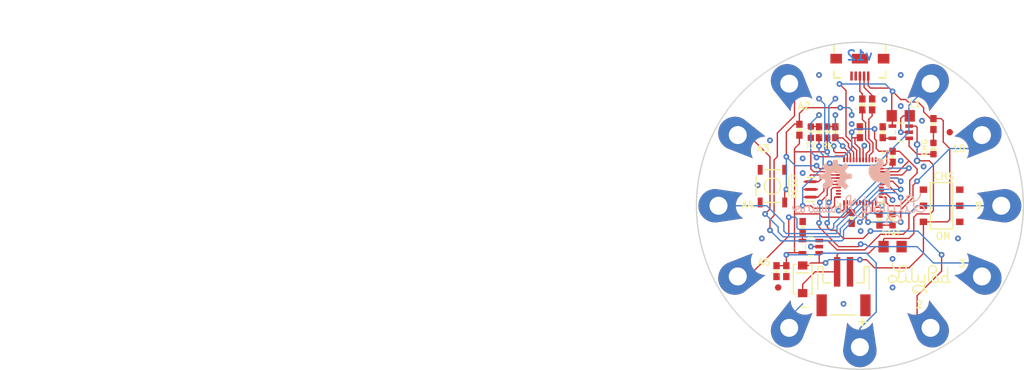
<source format=kicad_pcb>
(kicad_pcb (version 20211014) (generator pcbnew)
  (layers (0 "F.Cu" signal) (1 "In1.Cu" signal) (2 "In2.Cu" signal) (31 "B.Cu" signal) (34 "B.Paste" user) (35 "F.Paste" user) (36 "B.SilkS" user "B.Silkscreen") (37 "F.SilkS" user "F.Silkscreen") (38 "B.Mask" user) (39 "F.Mask" user) (44 "Edge.Cuts" user))
  (net 0 "")
  (net 1 "N$2")
  (net 2 "V_BATT")
  (net 3 "GND")
  (net 4 "N$3")
  (net 5 "N$4")
  (net 6 "N$6")
  (net 7 "3.3V")
  (net 8 "N$8")
  (net 9 "N$9")
  (net 10 "N$10")
  (net 11 "N$11")
  (net 12 "N$14")
  (net 13 "N$15")
  (net 14 "N$16")
  (net 15 "N$17")
  (net 16 "RESET")
  (net 17 "5V")
  (net 18 "N$19")
  (net 19 "N$20")
  (net 20 "D+")
  (net 21 "D-")
  (net 22 "N$1")
  (net 23 "N$21")
  (net 24 "RX_LED")
  (net 25 "TX_LED")
  (net 26 "USER_LED")
  (net 27 "MOSI")
  (net 28 "SCK")
  (net 29 "MISO")
  (net 30 "N$5")
  (net 31 "N$7")
  (net 32 "N$12")
  (net 33 "N$13")
  (net 34 "N$18")
  (footprint "boardEagle:PETAL-LONG-1-2SIDE" (layer "F.Cu") (at 137.5011 124.003596 60)
    (fp_text reference "-0" hide)
    (fp_text value "SEWTAP9" hide)
  )
  (footprint "boardEagle:0603-RES" (layer "F.Cu") (at 151.549096 107.1626 90)
    (fp_text reference "R8")
    (fp_text value "330")
  )
  (footprint "boardEagle:1206" (layer "F.Cu") (at 153.581096 111.353596 180)
    (fp_text reference "C8")
    (fp_text value "4.7uF")
  )
  (footprint "boardEagle:TACTILE_SWITCH_SMD" (layer "F.Cu") (at 134.912104 101.9556 90)
    (fp_text reference "S2")
    (fp_text value "!RESET")
  )
  (footprint "boardEagle:0603-CAP" (layer "F.Cu") (at 148.5011 93.573607 -90)
    (fp_text reference "C5")
    (fp_text value "1uF")
  )
  (footprint "boardEagle:RESONATOR-SMD" (layer "F.Cu") (at 140.881107 102.4636 90)
    (fp_text reference "Y1")
    (fp_text value "8MHz")
  )
  (footprint "boardEagle:0603-RES" (layer "F.Cu") (at 139.103104 93.192607 90)
    (fp_text reference "R3")
    (fp_text value "10k")
  )
  (footprint "boardEagle:FIDUCIAL-1X2" (layer "F.Cu") (at 162.471096 93.573604)
    (fp_text reference "JP3" hide)
    (fp_text value "FIDUCIAL1X2" hide)
  )
  (footprint "boardEagle:0603-RES" (layer "F.Cu") (at 144.691104 93.573604 -90)
    (fp_text reference "R6")
    (fp_text value "330")
  )
  (footprint "boardEagle:LED-0603" (layer "F.Cu") (at 140.881104 93.573607)
    (fp_text reference "LED3")
    (fp_text value "RED")
  )
  (footprint "boardEagle:FIDUCIAL-1X2" (layer "F.Cu") (at 135.801104 117.703596)
    (fp_text reference "JP2" hide)
    (fp_text value "FIDUCIAL1X2" hide)
  )
  (footprint "boardEagle:PETAL-LONG-1-2SIDE" (layer "F.Cu") (at 159.5011 124.003596 120)
    (fp_text reference "D5" hide)
    (fp_text value "SEWTAP9" hide)
  )
  (footprint "boardEagle:0603-CAP" (layer "F.Cu") (at 135.547104 115.163596 90)
    (fp_text reference "C4")
    (fp_text value ".1uF")
  )
  (footprint "boardEagle:PETAL-LONG-1-2SIDE" (layer "F.Cu") (at 137.5011 86.003604 -60)
    (fp_text reference "A2" hide)
    (fp_text value "SEWTAP9" hide)
  )
  (footprint "boardEagle:PETAL-LONG-1-2SIDE" (layer "F.Cu") (at 159.5011 86.003604 -120)
    (fp_text reference "D11" hide)
    (fp_text value "SEWTAP9" hide)
  )
  (footprint "boardEagle:PETAL-LONG-1-2SIDE" (layer "F.Cu") (at 170.501093 105.0036 180)
    (fp_text reference "D9" hide)
    (fp_text value "SEWTAP9" hide)
  )
  (footprint "boardEagle:PETAL-LONG-1-2SIDE" (layer "F.Cu") (at 126.501107 105.0036)
    (fp_text reference "A4" hide)
    (fp_text value "SEWTAP9" hide)
  )
  (footprint "boardEagle:PETAL-LONG-1-2SIDE" (layer "F.Cu") (at 129.501104 116.0036 30)
    (fp_text reference "A5" hide)
    (fp_text value "SEWTAP9" hide)
  )
  (footprint "boardEagle:LOGO-LILYPAD" (layer "F.Cu") (at 157.7721 115.925596)
    (fp_text reference "U$13" hide)
    (fp_text value "LOGO-LPLP" hide)
  )
  (footprint "boardEagle:0603-RES" (layer "F.Cu") (at 152.0571 93.573607 -90)
    (fp_text reference "R2")
    (fp_text value "10k")
  )
  (footprint "boardEagle:AYZ0202" (layer "F.Cu") (at 161.201093 105.0036 90)
    (fp_text reference "S1")
    (fp_text value "")
  )
  (footprint "boardEagle:JST-2-SMD" (layer "F.Cu") (at 145.9611 118.973596 180)
    (fp_text reference "JP1")
    (fp_text value "JST-2")
  )
  (footprint "boardEagle:CREATIVE_COMMONS" (layer "F.Cu") (at 35.19465 105.0036)
    (fp_text reference "FRAME1" hide)
    (fp_text value "FRAME-LETTER" hide)
  )
  (footprint "boardEagle:0603-CAP" (layer "F.Cu") (at 137.071104 115.163596 90)
    (fp_text reference "C6")
    (fp_text value "4.7uF")
  )
  (footprint "boardEagle:0603-RES" (layer "F.Cu") (at 150.406096 89.255604 90)
    (fp_text reference "R5")
    (fp_text value "22")
  )
  (footprint "boardEagle:0603-CAP" (layer "F.Cu") (at 139.611104 108.305596 90)
    (fp_text reference "C1")
    (fp_text value "470pF")
  )
  (footprint "boardEagle:PETAL-LONG-1-2SIDE" (layer "F.Cu") (at 167.501096 116.0036 150)
    (fp_text reference "D6" hide)
    (fp_text value "SEWTAP9" hide)
  )
  (footprint "boardEagle:SMA-DIODE" (layer "F.Cu") (at 139.6111 116.4336 90)
    (fp_text reference "D1")
    (fp_text value "B340A")
  )
  (footprint "boardEagle:SOT23-5" (layer "F.Cu") (at 140.881104 111.3536 90)
    (fp_text reference "U2")
    (fp_text value "MIC5219")
  )
  (footprint "boardEagle:SOT23-5" (layer "F.Cu") (at 154.8511 93.573607 90)
    (fp_text reference "U1")
    (fp_text value "MCP73831")
  )
  (footprint "boardEagle:LED-0603" (layer "F.Cu") (at 143.4211 93.573607)
    (fp_text reference "LED2")
    (fp_text value "RED")
  )
  (footprint "boardEagle:0603-RES" (layer "F.Cu") (at 142.1511 93.573607 -90)
    (fp_text reference "R7")
    (fp_text value "330")
  )
  (footprint "boardEagle:PETAL-LONG-1-2SIDE" (layer "F.Cu") (at 167.501096 94.0036 -150)
    (fp_text reference "D10" hide)
    (fp_text value "SEWTAP9" hide)
  )
  (footprint "boardEagle:0603-RES" (layer "F.Cu") (at 148.8821 89.255604 90)
    (fp_text reference "R4")
    (fp_text value "22")
  )
  (footprint "boardEagle:0603-CAP" (layer "F.Cu") (at 153.581096 97.383604 90)
    (fp_text reference "C3")
    (fp_text value ".1uF")
  )
  (footprint "boardEagle:0603-RES" (layer "F.Cu") (at 159.931096 92.303604 90)
    (fp_text reference "R1")
    (fp_text value "330")
  )
  (footprint "boardEagle:PETAL-LONG-1-2SIDE" (layer "F.Cu") (at 129.501104 94.0036 -30)
    (fp_text reference "A3" hide)
    (fp_text value "SEWTAP9" hide)
  )
  (footprint "boardEagle:1206" (layer "F.Cu") (at 154.8511 91.033604 180)
    (fp_text reference "C7")
    (fp_text value "4.7uF")
  )
  (footprint "boardEagle:LED-0603" (layer "F.Cu") (at 153.581106 107.1626)
    (fp_text reference "LED4")
    (fp_text value "RED")
  )
  (footprint "boardEagle:QFN-44-NOPAD_1_1-LESS_PASTE" (layer "F.Cu") (at 148.5011 101.193604 -90)
    (fp_text reference "U3")
    (fp_text value "ATMEGA32U41:1-LESS_PASTE")
  )
  (footprint "boardEagle:USB-AB-MICRO-SMD_V03" (layer "F.Cu") (at 148.5011 82.1436 -90)
    (fp_text reference "U5")
    (fp_text value "")
  )
  (footprint "boardEagle:0603-CAP" (layer "F.Cu") (at 147.231104 106.908596 90)
    (fp_text reference "C2")
    (fp_text value ".1uF")
  )
  (footprint "boardEagle:LED-0603" (layer "F.Cu") (at 159.931096 96.1136 180)
    (fp_text reference "LED1")
    (fp_text value "RED")
  )
  (footprint "boardEagle:PETAL-LONG-1-2SIDE" (layer "F.Cu") (at 148.5011 127.003593 90)
    (fp_text reference "+0" hide)
    (fp_text value "SEWTAP9" hide)
  )
  (footprint "boardEagle:OSHW-LOGO-M" (layer "B.Cu") (at 144.6911 100.4316 180)
    (fp_text reference "U$5" hide)
    (fp_text value "OSHW-LOGOM" hide)
  )
  (footprint "boardEagle:SFE_LOGO_FLAME_.2" (layer "B.Cu") (at 153.5811 102.9716 180)
    (fp_text reference "U$7" hide)
    (fp_text value "" hide)
  )
  (footprint "boardEagle:LOGO-LPA" (layer "B.Cu") (at 148.5011 105.0036 180)
    (fp_text reference "U$1" hide)
    (fp_text value "LOGO-LPLPA" hide)
  )
  (gr_circle (center 148.5011 105.0036) (end 173.9011 105.0036) (layer "Edge.Cuts") (width 0.2032) (fill none))
  (gr_text "v12" (at 150.660096 82.524597) (layer "B.Cu") (effects (font (size 1.5113 1.5113) (thickness 0.2667)) (justify left bottom mirror)))
  (gr_text "RESET" (at 137.8331 99.9236 90) (layer "F.SilkS") (effects (font (size 0.8636 0.8636) (thickness 0.1524)) (justify right top)))
  (gr_text "STAT" (at 151.8031 109.8296) (layer "F.SilkS") (effects (font (size 0.8636 0.8636) (thickness 0.1524)) (justify left bottom)))
  (gr_text "A5" (at 132.499104 114.401596) (layer "F.SilkS") (effects (font (size 1.0795 1.0795) (thickness 0.1905)) (justify left bottom)))
  (gr_text "TX" (at 139.992104 96.240604) (layer "F.SilkS") (effects (font (size 0.8636 0.8636) (thickness 0.1524)) (justify left bottom)))
  (gr_text "9" (at 166.281093 105.638596) (layer "F.SilkS") (effects (font (size 1.0795 1.0795) (thickness 0.1905)) (justify left bottom)))
  (gr_text "CHG" (at 159.0421 97.3836 90) (layer "F.SilkS") (effects (font (size 0.8636 0.8636) (thickness 0.1524)) (justify left bottom)))
  (gr_text "3" (at 163.741096 114.655596) (layer "F.SilkS") (effects (font (size 1.0795 1.0795) (thickness 0.1905)) (justify left bottom)))
  (gr_text "A2" (at 138.722104 90.144607) (layer "F.SilkS") (effects (font (size 1.0795 1.0795) (thickness 0.1905)) (justify left bottom)))
  (gr_text "11" (at 155.867096 89.763607) (layer "F.SilkS") (effects (font (size 1.0795 1.0795) (thickness 0.1905)) (justify left bottom)))
  (gr_text "CHG" (at 159.804096 101.0666) (layer "F.SilkS") (effects (font (size 1.0795 1.0795) (thickness 0.1905)) (justify left bottom)))
  (gr_text "2" (at 157.137096 121.005593) (layer "F.SilkS") (effects (font (size 1.0795 1.0795) (thickness 0.1905)) (justify left bottom)))
  (gr_text "10" (at 162.725096 96.7486) (layer "F.SilkS") (effects (font (size 1.0795 1.0795) (thickness 0.1905)) (justify left bottom)))
  (gr_text "+" (at 147.866104 123.799596) (layer "F.SilkS") (effects (font (size 1.42494 1.42494) (thickness 0.25146)) (justify left bottom)))
  (gr_text "A3" (at 132.372104 96.7486) (layer "F.SilkS") (effects (font (size 1.0795 1.0795) (thickness 0.1905)) (justify left bottom)))
  (gr_text "ON" (at 160.185093 110.3376) (layer "F.SilkS") (effects (font (size 1.0795 1.0795) (thickness 0.1905)) (justify left bottom)))
  (gr_text "A4" (at 129.959107 105.5116) (layer "F.SilkS") (effects (font (size 1.0795 1.0795) (thickness 0.1905)) (justify left bottom)))
  (gr_text "-" (at 138.849104 121.513596) (layer "F.SilkS") (effects (font (size 1.42494 1.42494) (thickness 0.25146)) (justify left bottom)))
  (gr_text "RX" (at 142.5321 96.240604) (layer "F.SilkS") (effects (font (size 0.8636 0.8636) (thickness 0.1524)) (justify left bottom)))
  (segment (start 155.2321 109.4486) (end 156.1211 108.5596) (width 0.2032) (layer "F.Cu") (net 1))
  (segment (start 143.233104 110.403596) (end 143.487097 110.403596) (width 0.2032) (layer "F.Cu") (net 1))
  (segment (start 156.1211 106.2736) (end 157.3911 105.0036) (width 0.2032) (layer "F.Cu") (net 1))
  (segment (start 157.3911 105.0036) (end 158.376093 105.0036) (width 0.2032) (layer "F.Cu") (net 1))
  (segment (start 149.2631 111.8616) (end 144.9451 111.8616) (width 0.2032) (layer "F.Cu") (net 1))
  (segment (start 151.6761 109.4486) (end 155.2321 109.4486) (width 0.2032) (layer "F.Cu") (net 1))
  (segment (start 149.2631 111.8616) (end 151.6761 109.4486) (width 0.2032) (layer "F.Cu") (net 1))
  (segment (start 156.1211 108.5596) (end 156.1211 106.2736) (width 0.2032) (layer "F.Cu") (net 1))
  (segment (start 144.9451 111.8616) (end 143.487097 110.403596) (width 0.2032) (layer "F.Cu") (net 1))
  (segment (start 142.181204 110.4036) (end 143.233104 110.403596) (width 0.2032) (layer "F.Cu") (net 1))
  (segment (start 157.2031 92.623604) (end 157.3911 92.811604) (width 0.2032) (layer "F.Cu") (net 2))
  (segment (start 157.3911 92.811604) (end 157.391096 95.478604) (width 0.2032) (layer "F.Cu") (net 2))
  (segment (start 144.9611 115.273596) (end 144.961104 112.6236) (width 0.2032) (layer "F.Cu") (net 2))
  (segment (start 156.1211 110.0836) (end 152.3111 110.0836) (width 0.2032) (layer "F.Cu") (net 2))
  (segment (start 156.1512 92.623607) (end 157.2031 92.623604) (width 0.2032) (layer "F.Cu") (net 2))
  (segment (start 159.296096 98.018604) (end 159.931093 98.6536) (width 0.2032) (layer "F.Cu") (net 2))
  (segment (start 156.883096 106.7816) (end 156.883096 109.321603) (width 0.2032) (layer "F.Cu") (net 2))
  (segment (start 152.181096 111.353596) (end 152.181096 110.213603) (width 0.2032) (layer "F.Cu") (net 2))
  (segment (start 159.931093 98.6536) (end 159.931093 105.7656) (width 0.2032) (layer "F.Cu") (net 2))
  (segment (start 157.391096 98.018604) (end 159.296096 98.018604) (width 0.2032) (layer "F.Cu") (net 2))
  (segment (start 157.391096 106.273596) (end 156.883096 106.7816) (width 0.2032) (layer "F.Cu") (net 2))
  (segment (start 152.181096 111.353596) (end 150.914103 111.353596) (width 0.2032) (layer "F.Cu") (net 2))
  (segment (start 159.931093 105.7656) (end 159.423096 106.273596) (width 0.2032) (layer "F.Cu") (net 2))
  (segment (start 150.914103 111.353596) (end 149.8981 112.3696) (width 0.2032) (layer "F.Cu") (net 2))
  (segment (start 149.8981 112.3696) (end 145.215104 112.3696) (width 0.2032) (layer "F.Cu") (net 2))
  (segment (start 159.423096 106.273596) (end 157.391096 106.273596) (width 0.2032) (layer "F.Cu") (net 2))
  (segment (start 156.883096 109.321603) (end 156.1211 110.0836) (width 0.2032) (layer "F.Cu") (net 2))
  (segment (start 139.6111 118.5836) (end 139.6111 117.195596) (width 0.2032) (layer "F.Cu") (net 2))
  (segment (start 152.181096 110.213603) (end 152.3111 110.0836) (width 0.2032) (layer "F.Cu") (net 2))
  (segment (start 145.215104 112.3696) (end 144.961104 112.6236) (width 0.2032) (layer "F.Cu") (net 2))
  (segment (start 141.5331 115.273596) (end 139.6111 117.195596) (width 0.2032) (layer "F.Cu") (net 2))
  (segment (start 144.9611 115.273596) (end 141.5331 115.273596) (width 0.2032) (layer "F.Cu") (net 2))
  (via (at 157.391096 95.478604) (size 1.016) (drill 0.508) (layers "F.Cu" "B.Cu") (net 2))
  (via (at 157.391096 98.018604) (size 1.016) (drill 0.508) (layers "F.Cu" "B.Cu") (net 2))
  (segment (start 157.391096 95.478604) (end 157.391096 98.018604) (width 0.2032) (layer "B.Cu") (net 2))
  (segment (start 146.043366 105.556334) (end 145.8341 105.7656) (width 0.2032) (layer "F.Cu") (net 3))
  (segment (start 152.617837 103.151338) (end 153.5811 104.1146) (width 0.2032) (layer "F.Cu") (net 3))
  (segment (start 151.676096 105.2576) (end 151.930096 105.0036) (width 0.2032) (layer "F.Cu") (net 3))
  (segment (start 156.2511 91.033604) (end 155.2321 91.033604) (width 0.2032) (layer "F.Cu") (net 3))
  (segment (start 151.8376 103.151338) (end 152.617837 103.151338) (width 0.2032) (layer "F.Cu") (net 3))
  (segment (start 155.2321 91.033604) (end 154.8511 91.414604) (width 0.2032) (layer "F.Cu") (net 3))
  (segment (start 150.958834 104.530104) (end 150.958834 105.175334) (width 0.2032) (layer "F.Cu") (net 3))
  (segment (start 140.843963 100.214738) (end 140.7541 100.3046) (width 0.2032) (layer "F.Cu") (net 3))
  (segment (start 149.0011 97.857104) (end 149.0011 95.8549) (width 0.2032) (layer "F.Cu") (net 3))
  (segment (start 145.1646 100.214738) (end 140.843963 100.214738) (width 0.2032) (layer "F.Cu") (net 3))
  (segment (start 151.0411 105.2576) (end 151.676096 105.2576) (width 0.2032) (layer "F.Cu") (net 3))
  (segment (start 150.958834 105.175334) (end 151.0411 105.2576) (width 0.2032) (layer "F.Cu") (net 3))
  (segment (start 145.8341 105.7656) (end 145.1991 105.7656) (width 0.2032) (layer "F.Cu") (net 3))
  (segment (start 151.8376 99.235869) (end 153.379834 99.235869) (width 0.2032) (layer "F.Cu") (net 3))
  (segment (start 153.379834 99.235869) (end 153.5811 99.034604) (width 0.2032) (layer "F.Cu") (net 3))
  (segment (start 156.1512 93.573607) (end 154.8511 93.573607) (width 0.2032) (layer "F.Cu") (net 3))
  (segment (start 149.0011 95.8549) (end 149.1869 95.6691) (width 0.2032) (layer "F.Cu") (net 3))
  (segment (start 153.5811 99.034604) (end 153.581096 98.233604) (width 0.2032) (layer "F.Cu") (net 3))
  (segment (start 142.181204 111.3536) (end 140.881104 111.3536) (width 0.2032) (layer "F.Cu") (net 3))
  (segment (start 154.8511 91.414604) (end 154.8511 93.573607) (width 0.2032) (layer "F.Cu") (net 3))
  (segment (start 146.043366 104.530104) (end 146.043366 105.556334) (width 0.2032) (layer "F.Cu") (net 3))
  (via (at 153.5811 104.1146) (size 0.889) (drill 0.381) (layers "F.Cu" "B.Cu") (net 3))
  (via (at 132.626104 101.8286) (size 0.889) (drill 0.381) (layers "F.Cu" "B.Cu") (net 3))
  (via (at 154.8511 93.573607) (size 0.889) (drill 0.381) (layers "F.Cu" "B.Cu") (net 3))
  (via (at 140.881104 111.3536) (size 0.889) (drill 0.381) (layers "F.Cu" "B.Cu") (net 3))
  (via (at 158.4071 98.9076) (size 0.889) (drill 0.381) (layers "F.Cu" "B.Cu") (net 3))
  (via (at 151.930096 105.0036) (size 0.889) (drill 0.381) (layers "F.Cu" "B.Cu") (net 3))
  (via (at 147.231104 92.303604) (size 0.889) (drill 0.381) (layers "F.Cu" "B.Cu") (net 3))
  (via (at 147.231104 88.366604) (size 0.889) (drill 0.381) (layers "F.Cu" "B.Cu") (net 3))
  (via (at 163.741103 110.0836) (size 0.889) (drill 0.381) (layers "F.Cu" "B.Cu") (net 3))
  (via (at 145.961104 120.243596) (size 0.889) (drill 0.381) (layers "F.Cu" "B.Cu") (net 3))
  (via (at 154.8511 98.0186) (size 0.889) (drill 0.381) (layers "F.Cu" "B.Cu") (net 3))
  (via (at 133.261104 110.0836) (size 0.889) (drill 0.381) (layers "F.Cu" "B.Cu") (net 3))
  (via (at 148.6281 108.9406) (size 0.889) (drill 0.381) (layers "F.Cu" "B.Cu") (net 3))
  (via (at 153.581096 117.703596) (size 0.889) (drill 0.381) (layers "F.Cu" "B.Cu") (net 3))
  (via (at 154.851103 84.6836) (size 0.889) (drill 0.381) (layers "F.Cu" "B.Cu") (net 3))
  (via (at 153.5811 113.2586) (size 0.889) (drill 0.381) (layers "F.Cu" "B.Cu") (net 3))
  (via (at 139.611104 99.9236) (size 0.889) (drill 0.381) (layers "F.Cu" "B.Cu") (net 3))
  (via (at 134.531104 94.8436) (size 0.889) (drill 0.381) (layers "F.Cu" "B.Cu") (net 3))
  (via (at 149.1869 95.6691) (size 0.889) (drill 0.381) (layers "F.Cu" "B.Cu") (net 3))
  (via (at 142.151104 84.683604) (size 0.889) (drill 0.381) (layers "F.Cu" "B.Cu") (net 3))
  (via (at 145.1991 105.7656) (size 0.889) (drill 0.381) (layers "F.Cu" "B.Cu") (net 3))
  (via (at 154.8511 89.509604) (size 0.889) (drill 0.381) (layers "F.Cu" "B.Cu") (net 3))
  (via (at 158.1531 91.7956) (size 0.889) (drill 0.381) (layers "F.Cu" "B.Cu") (net 3))
  (via (at 139.6111 97.6376) (size 0.889) (drill 0.381) (layers "F.Cu" "B.Cu") (net 3))
  (via (at 152.3111 88.493604) (size 0.889) (drill 0.381) (layers "F.Cu" "B.Cu") (net 3))
  (segment (start 137.5161 122.338593) (end 139.6111 120.243593) (width 0.2032) (layer "B.Cu") (net 3))
  (segment (start 137.5161 123.977615) (end 137.5161 122.338593) (width 0.2032) (layer "B.Cu") (net 3))
  (segment (start 159.931096 93.153604) (end 159.931096 95.2366) (width 0.2032) (layer "F.Cu") (net 4))
  (segment (start 156.1512 95.762704) (end 157.379096 96.9906) (width 0.2032) (layer "F.Cu") (net 5))
  (segment (start 156.1512 94.523607) (end 156.1512 95.762704) (width 0.2032) (layer "F.Cu") (net 5))
  (segment (start 159.931096 96.9906) (end 157.379096 96.9906) (width 0.2032) (layer "F.Cu") (net 5))
  (segment (start 152.1571 94.523607) (end 153.551 94.523607) (width 0.2032) (layer "F.Cu") (net 6))
  (segment (start 152.1571 94.523607) (end 152.1571 94.523607) (width 0.2032) (layer "F.Cu") (net 6))
  (segment (start 152.1571 94.523607) (end 152.0571 94.423607) (width 0.2032) (layer "F.Cu") (net 6))
  (segment (start 146.543366 106.058596) (end 146.543366 106.199334) (width 0.2032) (layer "F.Cu") (net 7))
  (segment (start 154.7241 105.0036) (end 156.2481 103.4796) (width 0.2032) (layer "F.Cu") (net 7))
  (segment (start 139.103104 95.351607) (end 138.341104 96.113604) (width 0.2032) (layer "F.Cu") (net 7))
  (segment (start 153.0731 105.0036) (end 154.7241 105.0036) (width 0.2032) (layer "F.Cu") (net 7))
  (segment (start 138.341104 106.2736) (end 138.341104 112.2426) (width 0.2032) (layer "F.Cu") (net 7))
  (segment (start 139.581004 112.3036) (end 138.402104 112.3036) (width 0.2032) (layer "F.Cu") (net 7))
  (segment (start 156.1211 98.0186) (end 157.3911 99.2886) (width 0.2032) (layer "F.Cu") (net 7))
  (segment (start 156.2481 103.4796) (end 156.2481 101.0666) (width 0.2032) (layer "F.Cu") (net 7))
  (segment (start 148.5011 97.857104) (end 148.5011 96.1136) (width 0.2032) (layer "F.Cu") (net 7))
  (segment (start 140.881104 96.621604) (end 140.8811 96.6216) (width 0.2032) (layer "F.Cu") (net 7))
  (segment (start 150.787096 94.589597) (end 151.0411 94.8436) (width 0.2032) (layer "F.Cu") (net 7))
  (segment (start 137.071107 112.623596) (end 137.071104 114.313596) (width 0.2032) (layer "F.Cu") (net 7))
  (segment (start 147.7391 94.423607) (end 147.319107 94.423607) (width 0.2032) (layer "F.Cu") (net 7))
  (segment (start 154.424962 99.714738) (end 156.1211 98.0186) (width 0.2032) (layer "F.Cu") (net 7))
  (segment (start 152.6921 96.533604) (end 151.461103 96.533604) (width 0.2032) (layer "F.Cu") (net 7))
  (segment (start 142.6591 106.7816) (end 142.1511 106.2736) (width 0.2032) (layer "F.Cu") (net 7))
  (segment (start 147.319107 94.423607) (end 147.2311 94.3356) (width 0.2032) (layer "F.Cu") (net 7))
  (segment (start 152.5651 103.7336) (end 152.5651 104.4956) (width 0.2032) (layer "F.Cu") (net 7))
  (segment (start 138.402104 112.3036) (end 137.391104 112.3036) (width 0.2032) (layer "F.Cu") (net 7))
  (segment (start 151.8376 99.714738) (end 154.424962 99.714738) (width 0.2032) (layer "F.Cu") (net 7))
  (segment (start 151.8376 98.735869) (end 152.355831 98.735869) (width 0.2032) (layer "F.Cu") (net 7))
  (segment (start 156.1211 98.0186) (end 154.636103 96.533604) (width 0.2032) (layer "F.Cu") (net 7))
  (segment (start 138.341104 96.113604) (end 138.341104 96.6216) (width 0.2032) (layer "F.Cu") (net 7))
  (segment (start 147.231104 106.058596) (end 146.543366 106.058596) (width 0.2032) (layer "F.Cu") (net 7))
  (segment (start 150.787096 93.065604) (end 150.787096 94.589597) (width 0.2032) (layer "F.Cu") (net 7))
  (segment (start 156.2481 101.0666) (end 157.3911 99.9236) (width 0.2032) (layer "F.Cu") (net 7))
  (segment (start 137.391104 112.3036) (end 137.071107 112.623596) (width 0.2032) (layer "F.Cu") (net 7))
  (segment (start 146.543366 106.199334) (end 145.9611 106.7816) (width 0.2032) (layer "F.Cu") (net 7))
  (segment (start 154.636103 96.533604) (end 153.581096 96.533604) (width 0.2032) (layer "F.Cu") (net 7))
  (segment (start 143.421104 95.986604) (end 143.4211 94.450607) (width 0.2032) (layer "F.Cu") (net 7))
  (segment (start 152.482837 103.651338) (end 152.5651 103.7336) (width 0.2032) (layer "F.Cu") (net 7))
  (segment (start 148.5011 96.1136) (end 147.7391 95.3516) (width 0.2032) (layer "F.Cu") (net 7))
  (segment (start 151.8376 103.651338) (end 152.482837 103.651338) (width 0.2032) (layer "F.Cu") (net 7))
  (segment (start 157.3911 99.2886) (end 157.3911 99.9236) (width 0.2032) (layer "F.Cu") (net 7))
  (segment (start 145.9611 106.7816) (end 142.6591 106.7816) (width 0.2032) (layer "F.Cu") (net 7))
  (segment (start 139.581004 112.3036) (end 139.291104 112.3036) (width 0.2032) (layer "F.Cu") (net 7))
  (segment (start 143.421104 95.986604) (end 143.421104 96.621604) (width 0.2032) (layer "F.Cu") (net 7))
  (segment (start 152.6921 98.3996) (end 152.6921 96.533604) (width 0.2032) (layer "F.Cu") (net 7))
  (segment (start 137.071104 114.313596) (end 135.547104 114.313596) (width 0.2032) (layer "F.Cu") (net 7))
  (segment (start 145.1646 99.714735) (end 141.307235 99.714735) (width 0.2032) (layer "F.Cu") (net 7))
  (segment (start 147.7391 95.3516) (end 147.7391 94.423607) (width 0.2032) (layer "F.Cu") (net 7))
  (segment (start 151.0411 96.1136) (end 151.0411 94.8436) (width 0.2032) (layer "F.Cu") (net 7))
  (segment (start 142.1511 106.2736) (end 138.341104 106.2736) (width 0.2032) (layer "F.Cu") (net 7))
  (segment (start 143.421104 96.621604) (end 140.881104 96.621604) (width 0.2032) (layer "F.Cu") (net 7))
  (segment (start 140.8811 99.2886) (end 141.307235 99.714735) (width 0.2032) (layer "F.Cu") (net 7))
  (segment (start 153.581096 96.533604) (end 152.6921 96.533604) (width 0.2032) (layer "F.Cu") (net 7))
  (segment (start 140.881104 94.450607) (end 140.881104 96.621597) (width 0.2032) (layer "F.Cu") (net 7))
  (segment (start 138.341104 96.6216) (end 138.341107 96.621604) (width 0.2032) (layer "F.Cu") (net 7))
  (segment (start 140.881104 96.621597) (end 140.8811 96.6216) (width 0.2032) (layer "F.Cu") (net 7))
  (segment (start 139.103104 94.042607) (end 139.103104 95.351607) (width 0.2032) (layer "F.Cu") (net 7))
  (segment (start 140.881097 96.621604) (end 140.8811 96.6216) (width 0.2032) (layer "F.Cu") (net 7))
  (segment (start 138.341104 96.6216) (end 138.341104 106.2736) (width 0.2032) (layer "F.Cu") (net 7))
  (segment (start 152.355831 98.735869) (end 152.6921 98.3996) (width 0.2032) (layer "F.Cu") (net 7))
  (segment (start 147.2311 94.3356) (end 147.2311 93.5736) (width 0.2032) (layer "F.Cu") (net 7))
  (segment (start 140.8811 99.2886) (end 140.8811 96.6216) (width 0.2032) (layer "F.Cu") (net 7))
  (segment (start 152.5651 104.4956) (end 153.0731 105.0036) (width 0.2032) (layer "F.Cu") (net 7))
  (segment (start 138.402104 112.3036) (end 138.341104 112.2426) (width 0.2032) (layer "F.Cu") (net 7))
  (segment (start 146.543366 104.530104) (end 146.543366 106.058596) (width 0.2032) (layer "F.Cu") (net 7))
  (segment (start 151.461103 96.533604) (end 151.0411 96.1136) (width 0.2032) (layer "F.Cu") (net 7))
  (segment (start 138.341107 96.621604) (end 140.881097 96.621604) (width 0.2032) (layer "F.Cu") (net 7))
  (segment (start 147.7391 94.423607) (end 148.5011 94.423607) (width 0.2032) (layer "F.Cu") (net 7))
  (via (at 137.071107 112.623596) (size 0.889) (drill 0.381) (layers "F.Cu" "B.Cu") (net 7))
  (via (at 143.421104 96.621604) (size 0.889) (drill 0.381) (layers "F.Cu" "B.Cu") (net 7))
  (via (at 142.1511 88.366604) (size 0.889) (drill 0.381) (layers "F.Cu" "B.Cu") (net 7))
  (via (at 150.787096 93.065604) (size 0.889) (drill 0.381) (layers "F.Cu" "B.Cu") (net 7))
  (via (at 147.2311 93.5736) (size 0.889) (drill 0.381) (layers "F.Cu" "B.Cu") (net 7))
  (segment (start 151.041096 113.893593) (end 149.5171 112.369596) (width 0.2032) (layer "B.Cu") (net 7))
  (segment (start 143.421107 96.6216) (end 143.421104 96.621604) (width 0.2032) (layer "B.Cu") (net 7))
  (segment (start 148.5011 124.053593) (end 148.5011 126.973593) (width 0.2032) (layer "B.Cu") (net 7))
  (segment (start 143.040104 96.240604) (end 143.421104 96.621604) (width 0.2032) (layer "B.Cu") (net 7))
  (segment (start 151.041096 121.513596) (end 148.5011 124.053593) (width 0.2032) (layer "B.Cu") (net 7))
  (segment (start 145.9611 97.3836) (end 143.8021 97.3836) (width 0.2032) (layer "B.Cu") (net 7))
  (segment (start 137.071107 112.623596) (end 142.4051 112.623596) (width 0.2032) (layer "B.Cu") (net 7))
  (segment (start 151.041096 113.893593) (end 151.041096 121.513596) (width 0.2032) (layer "B.Cu") (net 7))
  (segment (start 150.787096 93.065604) (end 147.739097 93.065604) (width 0.2032) (layer "B.Cu") (net 7))
  (segment (start 143.421107 97.002607) (end 143.8021 97.3836) (width 0.2032) (layer "B.Cu") (net 7))
  (segment (start 147.739097 93.065604) (end 147.2311 93.5736) (width 0.2032) (layer "B.Cu") (net 7))
  (segment (start 142.1511 88.366604) (end 143.040104 89.255604) (width 0.2032) (layer "B.Cu") (net 7))
  (segment (start 143.040104 89.255604) (end 143.040104 96.240604) (width 0.2032) (layer "B.Cu") (net 7))
  (segment (start 143.421107 96.6216) (end 143.421107 97.002607) (width 0.2032) (layer "B.Cu") (net 7))
  (segment (start 145.9611 97.3836) (end 147.2311 96.1136) (width 0.2032) (layer "B.Cu") (net 7))
  (segment (start 142.4051 112.623596) (end 142.6591 112.369596) (width 0.2032) (layer "B.Cu") (net 7))
  (segment (start 147.2311 96.1136) (end 147.2311 93.5736) (width 0.2032) (layer "B.Cu") (net 7))
  (segment (start 142.6591 112.369596) (end 149.5171 112.369596) (width 0.2032) (layer "B.Cu") (net 7))
  (segment (start 139.581004 109.185696) (end 139.611104 109.155596) (width 0.254) (layer "F.Cu") (net 8))
  (segment (start 139.581004 110.4036) (end 139.581004 109.185696) (width 0.2032) (layer "F.Cu") (net 8))
  (segment (start 145.1646 98.735869) (end 144.138369 98.735869) (width 0.2032) (layer "F.Cu") (net 9))
  (segment (start 144.138369 98.735869) (end 143.802104 98.399604) (width 0.2032) (layer "F.Cu") (net 9))
  (via (at 143.802104 98.399604) (size 0.889) (drill 0.381) (layers "F.Cu" "B.Cu") (net 9))
  (segment (start 144.138369 98.735869) (end 150.958831 98.735869) (width 0.2032) (layer "B.Cu") (net 9))
  (segment (start 150.958831 98.735869) (end 156.1211 93.5736) (width 0.2032) (layer "B.Cu") (net 9))
  (segment (start 143.802104 98.399604) (end 144.138369 98.735869) (width 0.2032) (layer "B.Cu") (net 9))
  (segment (start 156.1211 89.394585) (end 159.4861 86.029585) (width 0.2032) (layer "B.Cu") (net 9))
  (segment (start 156.1211 93.5736) (end 156.1211 89.394585) (width 0.2032) (layer "B.Cu") (net 9))
  (segment (start 156.756093 101.8286) (end 157.391093 101.193604) (width 0.2032) (layer "F.Cu") (net 10))
  (segment (start 154.851096 107.5436) (end 154.851096 105.6386) (width 0.2032) (layer "F.Cu") (net 10))
  (segment (start 154.851096 105.6386) (end 156.756096 103.733604) (width 0.2032) (layer "F.Cu") (net 10))
  (segment (start 149.479965 104.530104) (end 149.479965 107.252465) (width 0.2032) (layer "F.Cu") (net 10))
  (segment (start 149.479965 107.252465) (end 149.771096 107.543596) (width 0.2032) (layer "F.Cu") (net 10))
  (segment (start 156.756096 103.733604) (end 156.756093 101.8286) (width 0.2032) (layer "F.Cu") (net 10))
  (via (at 154.851096 107.5436) (size 0.889) (drill 0.381) (layers "F.Cu" "B.Cu") (net 10))
  (via (at 149.771096 107.543596) (size 0.889) (drill 0.381) (layers "F.Cu" "B.Cu") (net 10))
  (via (at 157.391093 101.193604) (size 0.889) (drill 0.381) (layers "F.Cu" "B.Cu") (net 10))
  (segment (start 165.380115 96.1136) (end 167.475115 94.0186) (width 0.2032) (layer "B.Cu") (net 10))
  (segment (start 157.391093 101.193604) (end 162.471096 96.1136) (width 0.2032) (layer "B.Cu") (net 10))
  (segment (start 149.771096 107.543596) (end 154.851096 107.5436) (width 0.2032) (layer "B.Cu") (net 10))
  (segment (start 162.471096 96.1136) (end 165.380115 96.1136) (width 0.2032) (layer "B.Cu") (net 10))
  (segment (start 149.0011 104.530104) (end 149.0011 107.043596) (width 0.2032) (layer "F.Cu") (net 11))
  (segment (start 149.0011 107.043596) (end 148.5011 107.543596) (width 0.2032) (layer "F.Cu") (net 11))
  (via (at 148.5011 107.543596) (size 0.889) (drill 0.381) (layers "F.Cu" "B.Cu") (net 11))
  (segment (start 149.898096 106.1466) (end 156.248096 106.1466) (width 0.2032) (layer "B.Cu") (net 11))
  (segment (start 148.5011 107.543596) (end 149.898096 106.1466) (width 0.2032) (layer "B.Cu") (net 11))
  (segment (start 156.248096 106.1466) (end 157.391096 105.0036) (width 0.2032) (layer "B.Cu") (net 11))
  (segment (start 157.391096 105.0036) (end 170.471093 105.0036) (width 0.2032) (layer "B.Cu") (net 11))
  (segment (start 129.972085 116.4336) (end 129.527085 115.9886) (width 0.2032) (layer "F.Cu") (net 12))
  (segment (start 137.452107 109.7026) (end 130.721107 116.4336) (width 0.2032) (layer "F.Cu") (net 12))
  (segment (start 130.721107 116.4336) (end 129.972085 116.4336) (width 0.2032) (layer "F.Cu") (net 12))
  (segment (start 137.452107 106.7816) (end 137.452107 109.7026) (width 0.2032) (layer "F.Cu") (net 12))
  (segment (start 155.067965 100.214735) (end 156.1211 99.1616) (width 0.2032) (layer "F.Cu") (net 12))
  (segment (start 151.8376 100.214735) (end 155.067965 100.214735) (width 0.2032) (layer "F.Cu") (net 12))
  (via (at 156.1211 99.1616) (size 0.889) (drill 0.381) (layers "F.Cu" "B.Cu") (net 12))
  (via (at 137.452107 106.7816) (size 0.889) (drill 0.381) (layers "F.Cu" "B.Cu") (net 12))
  (segment (start 138.468104 106.7816) (end 138.722104 107.0356) (width 0.2032) (layer "B.Cu") (net 12))
  (segment (start 144.183104 108.686596) (end 144.437104 108.432596) (width 0.2032) (layer "B.Cu") (net 12))
  (segment (start 144.437104 108.432596) (end 144.437104 107.797596) (width 0.2032) (layer "B.Cu") (net 12))
  (segment (start 153.0731 99.1616) (end 144.437104 107.797596) (width 0.2032) (layer "B.Cu") (net 12))
  (segment (start 138.976104 108.6866) (end 144.183104 108.686596) (width 0.2032) (layer "B.Cu") (net 12))
  (segment (start 138.722104 107.0356) (end 138.722104 108.4326) (width 0.2032) (layer "B.Cu") (net 12))
  (segment (start 153.0731 99.1616) (end 156.1211 99.1616) (width 0.2032) (layer "B.Cu") (net 12))
  (segment (start 138.722104 108.4326) (end 138.976104 108.6866) (width 0.2032) (layer "B.Cu") (net 12))
  (segment (start 138.468104 106.7816) (end 137.452107 106.7816) (width 0.2032) (layer "B.Cu") (net 12))
  (segment (start 151.8376 100.693604) (end 153.208096 100.6936) (width 0.2032) (layer "F.Cu") (net 13))
  (segment (start 153.208096 100.6936) (end 154.351096 100.6936) (width 0.2032) (layer "F.Cu") (net 13))
  (segment (start 154.351096 100.6936) (end 154.851096 101.1936) (width 0.2032) (layer "F.Cu") (net 13))
  (via (at 154.851096 101.1936) (size 0.889) (drill 0.381) (layers "F.Cu" "B.Cu") (net 13))
  (segment (start 136.690104 107.670596) (end 134.023104 105.0036) (width 0.2032) (layer "B.Cu") (net 13))
  (segment (start 137.071107 109.3216) (end 136.690107 108.9406) (width 0.2032) (layer "B.Cu") (net 13))
  (segment (start 136.690107 108.9406) (end 136.690104 107.670596) (width 0.2032) (layer "B.Cu") (net 13))
  (segment (start 144.945104 109.194596) (end 144.818104 109.321596) (width 0.2032) (layer "B.Cu") (net 13))
  (segment (start 145.453104 107.670596) (end 144.945104 108.1786) (width 0.2032) (layer "B.Cu") (net 13))
  (segment (start 151.303096 101.955604) (end 152.5651 100.6936) (width 0.2032) (layer "B.Cu") (net 13))
  (segment (start 144.945104 108.1786) (end 144.945104 109.194596) (width 0.2032) (layer "B.Cu") (net 13))
  (segment (start 144.818104 109.321596) (end 137.071107 109.3216) (width 0.2032) (layer "B.Cu") (net 13))
  (segment (start 154.351096 100.6936) (end 154.851096 101.1936) (width 0.2032) (layer "B.Cu") (net 13))
  (segment (start 152.5651 100.6936) (end 154.351096 100.6936) (width 0.2032) (layer "B.Cu") (net 13))
  (segment (start 151.295096 101.955604) (end 145.453104 107.670596) (width 0.2032) (layer "B.Cu") (net 13))
  (segment (start 134.023104 105.0036) (end 126.531107 105.0036) (width 0.2032) (layer "B.Cu") (net 13))
  (segment (start 151.295096 101.955604) (end 151.303096 101.955604) (width 0.2032) (layer "B.Cu") (net 13))
  (segment (start 153.581096 101.193604) (end 154.851096 102.463604) (width 0.2032) (layer "F.Cu") (net 14))
  (segment (start 134.531104 105.5116) (end 134.531104 97.383604) (width 0.2032) (layer "F.Cu") (net 14))
  (segment (start 134.531104 97.383604) (end 131.1661 94.0186) (width 0.2032) (layer "F.Cu") (net 14))
  (segment (start 131.1661 94.0186) (end 129.527085 94.0186) (width 0.2032) (layer "F.Cu") (net 14))
  (segment (start 151.8376 101.193604) (end 153.581096 101.193604) (width 0.2032) (layer "F.Cu") (net 14))
  (segment (start 134.531104 105.5116) (end 133.769104 106.2736) (width 0.2032) (layer "F.Cu") (net 14))
  (via (at 133.769104 106.2736) (size 0.889) (drill 0.381) (layers "F.Cu" "B.Cu") (net 14))
  (via (at 154.851096 102.463604) (size 0.889) (drill 0.381) (layers "F.Cu" "B.Cu") (net 14))
  (segment (start 151.549096 102.463604) (end 154.851096 102.463604) (width 0.2032) (layer "B.Cu") (net 14))
  (segment (start 145.3261 109.829596) (end 145.453104 109.702593) (width 0.2032) (layer "B.Cu") (net 14))
  (segment (start 151.549096 102.463604) (end 145.453104 108.559596) (width 0.2032) (layer "B.Cu") (net 14))
  (segment (start 135.801104 108.3056) (end 135.801104 109.0676) (width 0.2032) (layer "B.Cu") (net 14))
  (segment (start 135.801104 108.3056) (end 133.769104 106.2736) (width 0.2032) (layer "B.Cu") (net 14))
  (segment (start 136.563104 109.8296) (end 145.3261 109.829596) (width 0.2032) (layer "B.Cu") (net 14))
  (segment (start 135.801104 109.0676) (end 136.563104 109.8296) (width 0.2032) (layer "B.Cu") (net 14))
  (segment (start 145.453104 109.702593) (end 145.453104 108.559596) (width 0.2032) (layer "B.Cu") (net 14))
  (segment (start 138.341104 86.854585) (end 137.5161 86.029585) (width 0.2032) (layer "F.Cu") (net 15))
  (segment (start 138.341104 91.033604) (end 138.341104 86.854585) (width 0.2032) (layer "F.Cu") (net 15))
  (segment (start 154.851096 103.7336) (end 152.8111 101.693604) (width 0.2032) (layer "F.Cu") (net 15))
  (segment (start 134.531104 108.813596) (end 134.531104 107.1626) (width 0.2032) (layer "F.Cu") (net 15))
  (segment (start 134.531104 107.1626) (end 135.166104 106.527596) (width 0.2032) (layer "F.Cu") (net 15))
  (segment (start 135.674107 97.383604) (end 135.674107 93.7006) (width 0.2032) (layer "F.Cu") (net 15))
  (segment (start 135.166104 97.891604) (end 135.674107 97.383604) (width 0.2032) (layer "F.Cu") (net 15))
  (segment (start 151.8376 101.693604) (end 152.8111 101.693604) (width 0.2032) (layer "F.Cu") (net 15))
  (segment (start 135.674107 93.7006) (end 138.341104 91.033604) (width 0.2032) (layer "F.Cu") (net 15))
  (segment (start 135.166104 106.527596) (end 135.166104 97.891604) (width 0.2032) (layer "F.Cu") (net 15))
  (segment (start 137.4521 86.093585) (end 137.5161 86.029585) (width 0.2032) (layer "F.Cu") (net 15))
  (via (at 154.851096 103.7336) (size 0.889) (drill 0.381) (layers "F.Cu" "B.Cu") (net 15))
  (via (at 134.531104 108.813596) (size 0.889) (drill 0.381) (layers "F.Cu" "B.Cu") (net 15))
  (segment (start 145.707104 110.464596) (end 136.182104 110.464596) (width 0.2032) (layer "B.Cu") (net 15))
  (segment (start 154.089096 102.9716) (end 154.851096 103.7336) (width 0.2032) (layer "B.Cu") (net 15))
  (segment (start 151.8031 102.9716) (end 145.961104 108.813596) (width 0.2032) (layer "B.Cu") (net 15))
  (segment (start 151.8031 102.9716) (end 154.089096 102.9716) (width 0.2032) (layer "B.Cu") (net 15))
  (segment (start 145.961104 110.210596) (end 145.707104 110.464596) (width 0.2032) (layer "B.Cu") (net 15))
  (segment (start 136.182104 110.464596) (end 134.531104 108.813596) (width 0.2032) (layer "B.Cu") (net 15))
  (segment (start 145.961104 108.813596) (end 145.961104 110.210596) (width 0.2032) (layer "B.Cu") (net 15))
  (segment (start 137.071107 97.383604) (end 137.071104 93.573604) (width 0.2032) (layer "F.Cu") (net 16))
  (segment (start 142.225372 99.235869) (end 142.183104 99.1936) (width 0.2032) (layer "F.Cu") (net 16))
  (segment (start 145.1646 99.235869) (end 142.225372 99.235869) (width 0.2032) (layer "F.Cu") (net 16))
  (segment (start 139.9921 89.763604) (end 145.4531 89.763604) (width 0.2032) (layer "F.Cu") (net 16))
  (segment (start 139.1031 90.652604) (end 139.9921 89.763604) (width 0.2032) (layer "F.Cu") (net 16))
  (segment (start 136.817104 102.717597) (end 137.0711 102.4636) (width 0.2032) (layer "F.Cu") (net 16))
  (segment (start 136.817104 104.4956) (end 136.817104 102.717597) (width 0.2032) (layer "F.Cu") (net 16))
  (segment (start 138.341104 92.303604) (end 139.0641 92.303604) (width 0.2032) (layer "F.Cu") (net 16))
  (segment (start 137.071104 93.573604) (end 138.341104 92.303604) (width 0.2032) (layer "F.Cu") (net 16))
  (segment (start 142.183104 99.1936) (end 141.770104 98.780604) (width 0.2032) (layer "F.Cu") (net 16))
  (segment (start 139.0641 92.303604) (end 139.103104 92.342607) (width 0.2032) (layer "F.Cu") (net 16))
  (segment (start 139.103104 92.342607) (end 139.1031 90.652604) (width 0.2032) (layer "F.Cu") (net 16))
  (via (at 145.4531 89.763604) (size 0.889) (drill 0.381) (layers "F.Cu" "B.Cu") (net 16))
  (via (at 137.0711 102.4636) (size 0.889) (drill 0.381) (layers "F.Cu" "B.Cu") (net 16))
  (via (at 141.770104 98.780604) (size 0.889) (drill 0.381) (layers "F.Cu" "B.Cu") (net 16))
  (via (at 137.071107 97.383604) (size 0.889) (drill 0.381) (layers "F.Cu" "B.Cu") (net 16))
  (via (at 147.2311 90.906604) (size 0.889) (drill 0.381) (layers "F.Cu" "B.Cu") (net 16))
  (segment (start 138.468107 98.780604) (end 137.071107 97.383604) (width 0.2032) (layer "B.Cu") (net 16))
  (segment (start 147.2311 90.144604) (end 147.2311 90.906604) (width 0.2032) (layer "B.Cu") (net 16))
  (segment (start 146.8501 89.763604) (end 147.2311 90.144604) (width 0.2032) (layer "B.Cu") (net 16))
  (segment (start 137.0711 97.38361) (end 137.071107 97.383604) (width 0.2032) (layer "B.Cu") (net 16))
  (segment (start 141.770104 98.780604) (end 138.468107 98.780604) (width 0.2032) (layer "B.Cu") (net 16))
  (segment (start 145.4531 89.763604) (end 146.8501 89.763604) (width 0.2032) (layer "B.Cu") (net 16))
  (segment (start 137.0711 102.4636) (end 137.0711 97.38361) (width 0.2032) (layer "B.Cu") (net 16))
  (segment (start 161.455096 91.795607) (end 161.455096 95.0976) (width 0.2032) (layer "F.Cu") (net 17))
  (segment (start 159.931096 91.453604) (end 161.113096 91.453604) (width 0.2032) (layer "F.Cu") (net 17))
  (segment (start 158.4071 90.398604) (end 158.4071 89.763604) (width 0.2032) (layer "F.Cu") (net 17))
  (segment (start 148.001104 96.375604) (end 147.2311 95.6056) (width 0.2032) (layer "F.Cu") (net 17))
  (segment (start 153.551 91.133504) (end 153.4511 91.033604) (width 0.2032) (layer "F.Cu") (net 17))
  (segment (start 146.3421 87.0966) (end 145.3261 86.0806) (width 0.2032) (layer "F.Cu") (net 17))
  (segment (start 155.6131 88.493604) (end 155.9941 88.874604) (width 0.2032) (layer "F.Cu") (net 17))
  (segment (start 149.517096 113.385596) (end 150.7871 114.655596) (width 0.2032) (layer "F.Cu") (net 17))
  (segment (start 148.001097 97.857104) (end 148.001104 96.375604) (width 0.2032) (layer "F.Cu") (net 17))
  (segment (start 143.167097 113.8936) (end 143.1671 113.893596) (width 0.2032) (layer "F.Cu") (net 17))
  (segment (start 153.4511 91.033604) (end 153.4511 87.3536) (width 0.2032) (layer "F.Cu") (net 17))
  (segment (start 140.491104 114.283596) (end 140.8811 113.8936) (width 0.2032) (layer "F.Cu") (net 17))
  (segment (start 161.113096 91.453604) (end 161.455096 91.795607) (width 0.2032) (layer "F.Cu") (net 17))
  (segment (start 155.6131 88.493604) (end 154.851103 88.493604) (width 0.2032) (layer "F.Cu") (net 17))
  (segment (start 140.8811 113.8936) (end 142.1511 113.8936) (width 0.2032) (layer "F.Cu") (net 17))
  (segment (start 153.551 92.623607) (end 153.551 91.133504) (width 0.2032) (layer "F.Cu") (net 17))
  (segment (start 146.3421 94.2086) (end 147.2311 95.0976) (width 0.2032) (layer "F.Cu") (net 17))
  (segment (start 149.801103 84.843604) (end 149.8011 84.8436) (width 0.2032) (layer "F.Cu") (net 17))
  (segment (start 142.181204 112.3036) (end 142.181204 113.863496) (width 0.2032) (layer "F.Cu") (net 17))
  (segment (start 142.181204 113.863496) (end 142.1511 113.8936) (width 0.2032) (layer "F.Cu") (net 17))
  (segment (start 149.801103 86.364604) (end 150.1521 86.7156) (width 0.2032) (layer "F.Cu") (net 17))
  (segment (start 139.611104 114.283596) (end 139.6111 114.2836) (width 0.2032) (layer "F.Cu") (net 17))
  (segment (start 154.851103 88.493604) (end 153.5811 87.2236) (width 0.2032) (layer "F.Cu") (net 17))
  (segment (start 158.376096 112.400596) (end 156.121096 114.655596) (width 0.2032) (layer "F.Cu") (net 17))
  (segment (start 159.931096 91.453604) (end 159.4621 91.453604) (width 0.2032) (layer "F.Cu") (net 17))
  (segment (start 142.1511 113.8936) (end 143.167097 113.8936) (width 0.2032) (layer "F.Cu") (net 17))
  (segment (start 150.1521 86.7156) (end 153.0731 86.7156) (width 0.2032) (layer "F.Cu") (net 17))
  (segment (start 148.5011 113.385596) (end 149.517096 113.385596) (width 0.2032) (layer "F.Cu") (net 17))
  (segment (start 153.0731 86.7156) (end 153.5811 87.2236) (width 0.2032) (layer "F.Cu") (net 17))
  (segment (start 161.455096 95.0976) (end 162.471096 96.1136) (width 0.2032) (layer "F.Cu") (net 17))
  (segment (start 155.9941 88.874604) (end 157.5181 88.874604) (width 0.2032) (layer "F.Cu") (net 17))
  (segment (start 158.4071 89.763604) (end 157.5181 88.874604) (width 0.2032) (layer "F.Cu") (net 17))
  (segment (start 150.7871 114.655596) (end 156.121096 114.655596) (width 0.2032) (layer "F.Cu") (net 17))
  (segment (start 162.130096 107.5036) (end 162.471096 107.1626) (width 0.2032) (layer "F.Cu") (net 17))
  (segment (start 158.376093 107.5036) (end 158.376096 112.400596) (width 0.2032) (layer "F.Cu") (net 17))
  (segment (start 146.3421 87.0966) (end 146.3421 94.2086) (width 0.2032) (layer "F.Cu") (net 17))
  (segment (start 159.4621 91.453604) (end 158.4071 90.398604) (width 0.2032) (layer "F.Cu") (net 17))
  (segment (start 147.2311 95.6056) (end 147.2311 95.0976) (width 0.2032) (layer "F.Cu") (net 17))
  (segment (start 158.376093 107.5036) (end 162.130096 107.5036) (width 0.2032) (layer "F.Cu") (net 17))
  (segment (start 140.491104 114.283596) (end 139.611104 114.283596) (width 0.2032) (layer "F.Cu") (net 17))
  (segment (start 153.4511 87.3536) (end 153.5811 87.2236) (width 0.2032) (layer "F.Cu") (net 17))
  (segment (start 149.801103 86.364604) (end 149.801103 84.843604) (width 0.2032) (layer "F.Cu") (net 17))
  (segment (start 162.471096 96.1136) (end 162.471096 107.1626) (width 0.2032) (layer "F.Cu") (net 17))
  (via (at 143.1671 113.893596) (size 0.889) (drill 0.381) (layers "F.Cu" "B.Cu") (net 17))
  (via (at 153.5811 87.2236) (size 0.889) (drill 0.381) (layers "F.Cu" "B.Cu") (net 17))
  (via (at 145.3261 86.0806) (size 0.889) (drill 0.381) (layers "F.Cu" "B.Cu") (net 17))
  (via (at 148.5011 113.385596) (size 0.889) (drill 0.381) (layers "F.Cu" "B.Cu") (net 17))
  (segment (start 143.6751 113.385596) (end 143.1671 113.893596) (width 0.2032) (layer "B.Cu") (net 17))
  (segment (start 152.4381 86.0806) (end 153.5811 87.2236) (width 0.2032) (layer "B.Cu") (net 17))
  (segment (start 148.5011 113.385596) (end 143.6751 113.385596) (width 0.2032) (layer "B.Cu") (net 17))
  (segment (start 145.3261 86.0806) (end 152.4381 86.0806) (width 0.2032) (layer "B.Cu") (net 17))
  (segment (start 150.406096 87.858597) (end 149.151103 86.603604) (width 0.2032) (layer "F.Cu") (net 18))
  (segment (start 149.151103 84.8436) (end 149.1511 84.8436) (width 0.2032) (layer "F.Cu") (net 18))
  (segment (start 149.151103 84.8436) (end 149.151103 86.603604) (width 0.2032) (layer "F.Cu") (net 18))
  (segment (start 150.406096 88.405604) (end 150.406096 87.858597) (width 0.2032) (layer "F.Cu") (net 18))
  (segment (start 148.8821 88.405604) (end 148.8821 87.6046) (width 0.2032) (layer "F.Cu") (net 19))
  (segment (start 148.8821 87.6046) (end 148.5011 87.2236) (width 0.2032) (layer "F.Cu") (net 19))
  (segment (start 148.5011 84.8436) (end 148.5011 87.2236) (width 0.2032) (layer "F.Cu") (net 19))
  (segment (start 148.8821 90.105604) (end 148.8821 91.594335) (width 0.2032) (layer "F.Cu") (net 20))
  (segment (start 149.3901 94.7166) (end 149.3901 92.102335) (width 0.2032) (layer "F.Cu") (net 20))
  (segment (start 149.479965 97.857104) (end 149.479965 96.912735) (width 0.2032) (layer "F.Cu") (net 20))
  (segment (start 149.479965 96.912735) (end 150.0251 96.3676) (width 0.2032) (layer "F.Cu") (net 20))
  (segment (start 150.0251 95.3516) (end 149.3901 94.7166) (width 0.2032) (layer "F.Cu") (net 20))
  (segment (start 150.0251 96.3676) (end 150.0251 95.3516) (width 0.2032) (layer "F.Cu") (net 20))
  (segment (start 148.8821 91.594335) (end 149.3901 92.102335) (width 0.2032) (layer "F.Cu") (net 20))
  (segment (start 150.406096 90.105604) (end 150.4061 91.033604) (width 0.2032) (layer "F.Cu") (net 21))
  (segment (start 150.4061 91.033604) (end 149.8981 91.541604) (width 0.2032) (layer "F.Cu") (net 21))
  (segment (start 150.5331 96.6216) (end 149.979968 97.174732) (width 0.2032) (layer "F.Cu") (net 21))
  (segment (start 149.8981 94.5896) (end 149.8981 91.541604) (width 0.2032) (layer "F.Cu") (net 21))
  (segment (start 149.8981 94.5896) (end 150.5331 95.2246) (width 0.2032) (layer "F.Cu") (net 21))
  (segment (start 149.979968 97.857104) (end 149.979968 97.174732) (width 0.2032) (layer "F.Cu") (net 21))
  (segment (start 150.5331 95.2246) (end 150.5331 96.6216) (width 0.2032) (layer "F.Cu") (net 21))
  (segment (start 143.4211 92.696607) (end 144.664107 92.696607) (width 0.2032) (layer "F.Cu") (net 22))
  (segment (start 144.664107 92.696607) (end 144.691104 92.723604) (width 0.2032) (layer "F.Cu") (net 22))
  (segment (start 140.881104 92.696607) (end 142.1241 92.696607) (width 0.2032) (layer "F.Cu") (net 23))
  (segment (start 142.1241 92.696607) (end 142.1511 92.723607) (width 0.2032) (layer "F.Cu") (net 23))
  (segment (start 144.7301 94.4626) (end 144.691104 94.423604) (width 0.2032) (layer "F.Cu") (net 24))
  (segment (start 146.7231 95.8596) (end 146.7231 95.3516) (width 0.2032) (layer "F.Cu") (net 24))
  (segment (start 147.522232 97.857104) (end 147.522232 96.658732) (width 0.2032) (layer "F.Cu") (net 24))
  (segment (start 145.8341 94.4626) (end 144.7301 94.4626) (width 0.2032) (layer "F.Cu") (net 24))
  (segment (start 147.522232 96.658732) (end 146.7231 95.8596) (width 0.2032) (layer "F.Cu") (net 24))
  (segment (start 146.7231 95.3516) (end 145.8341 94.4626) (width 0.2032) (layer "F.Cu") (net 24))
  (segment (start 140.881104 105.0036) (end 139.611104 105.0036) (width 0.2032) (layer "F.Cu") (net 25))
  (segment (start 145.1646 103.651338) (end 144.646363 103.651338) (width 0.2032) (layer "F.Cu") (net 25))
  (segment (start 144.646363 103.651338) (end 144.5641 103.7336) (width 0.2032) (layer "F.Cu") (net 25))
  (segment (start 144.5641 105.0036) (end 144.1831 105.3846) (width 0.2032) (layer "F.Cu") (net 25))
  (segment (start 141.262104 105.3846) (end 140.881104 105.0036) (width 0.2032) (layer "F.Cu") (net 25))
  (segment (start 144.5641 103.7336) (end 144.5641 105.0036) (width 0.2032) (layer "F.Cu") (net 25))
  (segment (start 142.1511 95.732607) (end 142.1511 94.423607) (width 0.2032) (layer "F.Cu") (net 25))
  (segment (start 144.1831 105.3846) (end 141.262104 105.3846) (width 0.2032) (layer "F.Cu") (net 25))
  (via (at 139.611104 105.0036) (size 0.889) (drill 0.381) (layers "F.Cu" "B.Cu") (net 25))
  (via (at 142.1511 95.732607) (size 0.889) (drill 0.381) (layers "F.Cu" "B.Cu") (net 25))
  (segment (start 142.7861 99.034604) (end 142.7861 97.129607) (width 0.2032) (layer "B.Cu") (net 25))
  (segment (start 142.1511 96.494607) (end 142.7861 97.129607) (width 0.2032) (layer "B.Cu") (net 25))
  (segment (start 142.1511 95.732607) (end 142.1511 96.494607) (width 0.2032) (layer "B.Cu") (net 25))
  (segment (start 139.611104 105.0036) (end 139.611104 102.209604) (width 0.2032) (layer "B.Cu") (net 25))
  (segment (start 139.611104 102.209604) (end 142.7861 99.034604) (width 0.2032) (layer "B.Cu") (net 25))
  (segment (start 150.458834 104.530104) (end 150.458834 105.818337) (width 0.2032) (layer "F.Cu") (net 26))
  (segment (start 150.458834 105.818337) (end 150.501096 105.8606) (width 0.2032) (layer "F.Cu") (net 26))
  (segment (start 150.953096 106.3126) (end 150.501096 105.8606) (width 0.2032) (layer "F.Cu") (net 26))
  (segment (start 151.549096 106.3126) (end 150.953096 106.3126) (width 0.2032) (layer "F.Cu") (net 26))
  (segment (start 146.2151 96.7486) (end 144.6911 96.7486) (width 0.2032) (layer "F.Cu") (net 27))
  (segment (start 146.543366 97.076866) (end 146.2151 96.7486) (width 0.2032) (layer "F.Cu") (net 27))
  (segment (start 144.4371 96.4946) (end 144.4371 95.732607) (width 0.2032) (layer "F.Cu") (net 27))
  (segment (start 144.6911 96.7486) (end 144.4371 96.4946) (width 0.2032) (layer "F.Cu") (net 27))
  (segment (start 146.543366 97.857104) (end 146.543366 97.076866) (width 0.2032) (layer "F.Cu") (net 27))
  (via (at 144.691104 88.366607) (size 0.889) (drill 0.381) (layers "F.Cu" "B.Cu") (net 27))
  (via (at 144.4371 95.732607) (size 0.889) (drill 0.381) (layers "F.Cu" "B.Cu") (net 27))
  (segment (start 143.6751 94.970607) (end 144.4371 95.732607) (width 0.2032) (layer "B.Cu") (net 27))
  (segment (start 143.6751 89.509604) (end 144.691104 88.366607) (width 0.2032) (layer "B.Cu") (net 27))
  (segment (start 143.6751 94.970607) (end 143.6751 89.509604) (width 0.2032) (layer "B.Cu") (net 27))
  (segment (start 145.8341 95.732604) (end 147.022232 96.920735) (width 0.2032) (layer "F.Cu") (net 28))
  (segment (start 147.022232 97.857104) (end 147.022232 96.920735) (width 0.2032) (layer "F.Cu") (net 28))
  (via (at 144.691104 90.906604) (size 0.889) (drill 0.381) (layers "F.Cu" "B.Cu") (net 28))
  (via (at 145.8341 95.732604) (size 0.889) (drill 0.381) (layers "F.Cu" "B.Cu") (net 28))
  (segment (start 144.6911 94.081604) (end 144.6911 94.589604) (width 0.2032) (layer "B.Cu") (net 28))
  (segment (start 144.691104 90.906604) (end 144.6911 94.081604) (width 0.2032) (layer "B.Cu") (net 28))
  (segment (start 144.6911 94.589604) (end 145.8341 95.732604) (width 0.2032) (layer "B.Cu") (net 28))
  (segment (start 141.897107 97.3836) (end 141.7701 97.510607) (width 0.2032) (layer "F.Cu") (net 29))
  (segment (start 146.043366 97.857104) (end 146.043366 97.338866) (width 0.2032) (layer "F.Cu") (net 29))
  (segment (start 146.043366 97.338866) (end 145.9611 97.2566) (width 0.2032) (layer "F.Cu") (net 29))
  (segment (start 144.5641 97.3836) (end 144.6911 97.2566) (width 0.2032) (layer "F.Cu") (net 29))
  (segment (start 141.897107 97.3836) (end 144.5641 97.3836) (width 0.2032) (layer "F.Cu") (net 29))
  (segment (start 145.9611 97.2566) (end 144.6911 97.2566) (width 0.2032) (layer "F.Cu") (net 29))
  (via (at 141.7701 97.510607) (size 0.889) (drill 0.381) (layers "F.Cu" "B.Cu") (net 29))
  (via (at 142.1511 90.906607) (size 0.889) (drill 0.381) (layers "F.Cu" "B.Cu") (net 29))
  (segment (start 140.8811 96.621604) (end 140.8811 96.621607) (width 0.2032) (layer "B.Cu") (net 29))
  (segment (start 140.8811 96.621604) (end 140.881104 92.176607) (width 0.2032) (layer "B.Cu") (net 29))
  (segment (start 140.8811 96.621607) (end 141.7701 97.510607) (width 0.2032) (layer "B.Cu") (net 29))
  (segment (start 140.881104 92.176607) (end 142.1511 90.906607) (width 0.2032) (layer "B.Cu") (net 29))
  (segment (start 140.881107 103.6636) (end 141.9671 103.6636) (width 0.2032) (layer "F.Cu") (net 30))
  (segment (start 145.1646 101.193604) (end 143.421104 101.193604) (width 0.2032) (layer "F.Cu") (net 30))
  (segment (start 143.421104 101.193604) (end 143.4211 101.1936) (width 0.2032) (layer "F.Cu") (net 30))
  (segment (start 142.9131 102.7176) (end 142.9131 101.7016) (width 0.2032) (layer "F.Cu") (net 30))
  (segment (start 141.9671 103.6636) (end 142.9131 102.7176) (width 0.2032) (layer "F.Cu") (net 30))
  (segment (start 142.9131 101.7016) (end 143.4211 101.1936) (width 0.2032) (layer "F.Cu") (net 30))
  (segment (start 145.1646 100.693604) (end 142.651097 100.693604) (width 0.2032) (layer "F.Cu") (net 31))
  (segment (start 140.881107 101.2636) (end 142.0811 101.2636) (width 0.2032) (layer "F.Cu") (net 31))
  (segment (start 142.651097 100.693604) (end 142.0811 101.2636) (width 0.2032) (layer "F.Cu") (net 31))
  (segment (start 161.201096 112.6236) (end 161.201096 115.163596) (width 0.2032) (layer "F.Cu") (net 32))
  (segment (start 149.009093 110.0836) (end 150.152096 108.940596) (width 0.2032) (layer "F.Cu") (net 32))
  (segment (start 143.929104 108.8136) (end 144.6911 108.8136) (width 0.2032) (layer "F.Cu") (net 32))
  (segment (start 144.6911 108.8136) (end 145.9611 110.0836) (width 0.2032) (layer "F.Cu") (net 32))
  (segment (start 143.421104 108.3056) (end 143.929104 108.8136) (width 0.2032) (layer "F.Cu") (net 32))
  (segment (start 145.9611 110.0836) (end 149.009093 110.0836) (width 0.2032) (layer "F.Cu") (net 32))
  (segment (start 144.0561 104.114604) (end 143.675104 104.4956) (width 0.2032) (layer "F.Cu") (net 32))
  (segment (start 157.3911 121.882615) (end 159.4861 123.977615) (width 0.2032) (layer "F.Cu") (net 32))
  (segment (start 144.0561 102.4636) (end 144.0561 104.114604) (width 0.2032) (layer "F.Cu") (net 32))
  (segment (start 161.201096 115.163596) (end 157.3911 118.973596) (width 0.2032) (layer "F.Cu") (net 32))
  (segment (start 143.421107 107.670596) (end 143.421104 108.3056) (width 0.2032) (layer "F.Cu") (net 32))
  (segment (start 144.347232 102.172469) (end 144.0561 102.4636) (width 0.2032) (layer "F.Cu") (net 32))
  (segment (start 157.3911 118.973596) (end 157.3911 121.882615) (width 0.2032) (layer "F.Cu") (net 32))
  (segment (start 145.1646 102.172469) (end 144.347232 102.172469) (width 0.2032) (layer "F.Cu") (net 32))
  (via (at 143.421107 107.670596) (size 0.889) (drill 0.381) (layers "F.Cu" "B.Cu") (net 32))
  (via (at 161.201096 112.6236) (size 0.889) (drill 0.381) (layers "F.Cu" "B.Cu") (net 32))
  (via (at 150.152096 108.940596) (size 0.889) (drill 0.381) (layers "F.Cu" "B.Cu") (net 32))
  (via (at 143.675104 104.4956) (size 0.889) (drill 0.381) (layers "F.Cu" "B.Cu") (net 32))
  (segment (start 157.518096 108.9406) (end 161.201096 112.6236) (width 0.2032) (layer "B.Cu") (net 32))
  (segment (start 143.675104 104.4956) (end 143.675104 107.4166) (width 0.2032) (layer "B.Cu") (net 32))
  (segment (start 143.675104 107.4166) (end 143.421107 107.670596) (width 0.2032) (layer "B.Cu") (net 32))
  (segment (start 150.152096 108.940596) (end 157.518096 108.9406) (width 0.2032) (layer "B.Cu") (net 32))
  (segment (start 143.4211 102.3366) (end 143.4211 103.352604) (width 0.2032) (layer "F.Cu") (net 33))
  (segment (start 144.064097 101.693604) (end 143.4211 102.3366) (width 0.2032) (layer "F.Cu") (net 33))
  (segment (start 145.1646 101.693604) (end 144.064097 101.693604) (width 0.2032) (layer "F.Cu") (net 33))
  (segment (start 145.1991 111.3536) (end 148.247097 111.3536) (width 0.2032) (layer "F.Cu") (net 33))
  (segment (start 142.151104 107.6706) (end 142.151104 108.305603) (width 0.2032) (layer "F.Cu") (net 33))
  (segment (start 142.151104 108.305603) (end 145.1991 111.3536) (width 0.2032) (layer "F.Cu") (net 33))
  (segment (start 143.4211 103.352604) (end 142.278104 104.4956) (width 0.2032) (layer "F.Cu") (net 33))
  (segment (start 148.247097 111.3536) (end 148.6281 110.972596) (width 0.2032) (layer "F.Cu") (net 33))
  (via (at 142.278104 104.4956) (size 0.889) (drill 0.381) (layers "F.Cu" "B.Cu") (net 33))
  (via (at 148.6281 110.972596) (size 0.889) (drill 0.381) (layers "F.Cu" "B.Cu") (net 33))
  (via (at 142.151104 107.6706) (size 0.889) (drill 0.381) (layers "F.Cu" "B.Cu") (net 33))
  (segment (start 165.380115 113.8936) (end 167.475115 115.9886) (width 0.2032) (layer "B.Cu") (net 33))
  (segment (start 159.931096 113.8936) (end 165.380115 113.8936) (width 0.2032) (layer "B.Cu") (net 33))
  (segment (start 149.7711 111.353596) (end 157.391096 111.3536) (width 0.2032) (layer "B.Cu") (net 33))
  (segment (start 157.391096 111.3536) (end 159.931096 113.8936) (width 0.2032) (layer "B.Cu") (net 33))
  (segment (start 148.6281 110.972596) (end 149.3901 110.972596) (width 0.2032) (layer "B.Cu") (net 33))
  (segment (start 142.278104 107.5436) (end 142.151104 107.6706) (width 0.2032) (layer "B.Cu") (net 33))
  (segment (start 142.278104 104.4956) (end 142.278104 107.5436) (width 0.2032) (layer "B.Cu") (net 33))
  (segment (start 149.3901 110.972596) (end 149.7711 111.353596) (width 0.2032) (layer "B.Cu") (net 33))
  (segment (start 151.549096 108.0126) (end 153.554106 108.0126) (width 0.2032) (layer "F.Cu") (net 34))
  (segment (start 153.554106 108.0126) (end 153.581106 108.0396) (width 0.2032) (layer "F.Cu") (net 34))
)
</source>
